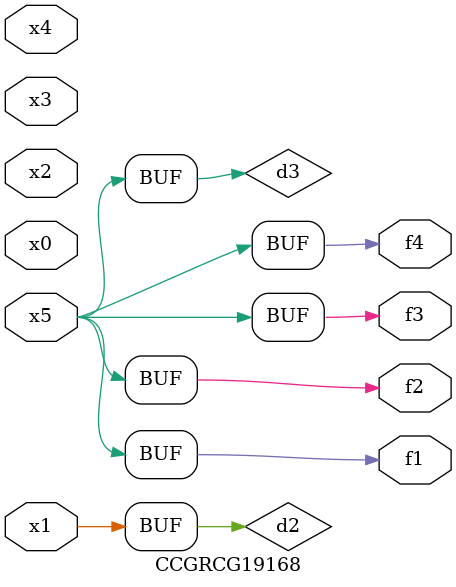
<source format=v>
module CCGRCG19168(
	input x0, x1, x2, x3, x4, x5,
	output f1, f2, f3, f4
);

	wire d1, d2, d3;

	not (d1, x5);
	or (d2, x1);
	xnor (d3, d1);
	assign f1 = d3;
	assign f2 = d3;
	assign f3 = d3;
	assign f4 = d3;
endmodule

</source>
